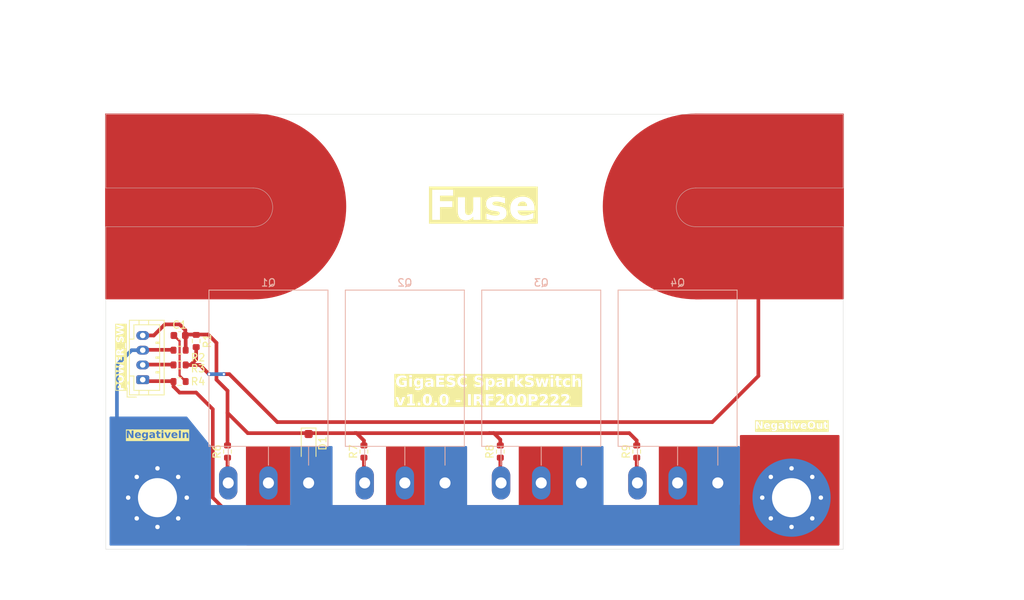
<source format=kicad_pcb>
(kicad_pcb (version 20240108) (generator "pcbnew") (generator_version "8.0")
  (title_block (comment 4 "AISLER Project ID: DHNTORED"))
  (layers (0 "F.Cu" signal) (31 "B.Cu" signal) (34 "B.Paste" user) (35 "F.Paste" user) (36 "B.SilkS" user "B.Silkscreen") (37 "F.SilkS" user "F.Silkscreen") (38 "B.Mask" user) (39 "F.Mask" user) (44 "Edge.Cuts" user))
  (net 0 "")
  (net 1 "SW_NC")
  (net 2 "Net-(C1-Pad1)")
  (net 3 "+VSW")
  (net 4 "Net-(J3-Pin_2)")
  (net 5 "GND")
  (net 6 "-BATT")
  (net 7 "Net-(Q1-G)")
  (net 8 "Net-(Q2-G)")
  (net 9 "Net-(Q3-G)")
  (net 10 "Net-(Q4-G)")
  (footprint "Connector_JST:JST_PH_B4B-PH-K_1x04_P2.00mm_Vertical" (layer "F.Cu") (at 85 116 90)
    (property "Reference" "J3" (hide yes))
    (property "Value" "POWER_SW" (at 3 -3 -90) (layer "F.SilkS" knockout) (effects (font (thickness 0.2) (bold yes))))
    (fp_line (start -1.11 -2.11) (end -2.36 -2.11) (stroke (width 0.12)) (layer "F.SilkS"))
    (fp_line (start -2.36 -2.11) (end -2.36 -0.86) (stroke (width 0.12)) (layer "F.SilkS"))
    (fp_line (start -0.3 -2.010001) (end -0.6 -2.010001) (stroke (width 0.12)) (layer "F.SilkS"))
    (fp_line (start -0.6 -2.010001) (end -0.6 -1.81) (stroke (width 0.12)) (layer "F.SilkS"))
    (fp_line (start -0.3 -1.91) (end -0.6 -1.91) (stroke (width 0.12)) (layer "F.SilkS"))
    (fp_line (start 8.06 -1.81) (end -2.06 -1.81) (stroke (width 0.12)) (layer "F.SilkS"))
    (fp_line (start 0.5 -1.81) (end 0.5 -1.200001) (stroke (width 0.12)) (layer "F.SilkS"))
    (fp_line (start -0.3 -1.81) (end -0.3 -2.010001) (stroke (width 0.12)) (layer "F.SilkS"))
    (fp_line (start -2.06 -1.81) (end -2.06 2.91) (stroke (width 0.12)) (layer "F.SilkS"))
    (fp_line (start 7.45 -1.200001) (end 5.5 -1.2) (stroke (width 0.12)) (layer "F.SilkS"))
    (fp_line (start 0.5 -1.200001) (end -1.45 -1.2) (stroke (width 0.12)) (layer "F.SilkS"))
    (fp_line (start 5.5 -1.2) (end 5.5 -1.81) (stroke (width 0.12)) (layer "F.SilkS"))
    (fp_line (start -1.45 -1.2) (end -1.45 2.3) (stroke (width 0.12)) (layer "F.SilkS"))
    (fp_line (start 8.06 -0.5) (end 7.45 -0.5) (stroke (width 0.12)) (layer "F.SilkS"))
    (fp_line (start -2.06 -0.499999) (end -1.45 -0.5) (stroke (width 0.12)) (layer "F.SilkS"))
    (fp_line (start -2.06 0.799999) (end -1.45 0.8) (stroke (width 0.12)) (layer "F.SilkS"))
    (fp_line (start 8.06 0.8) (end 7.45 0.8) (stroke (width 0.12)) (layer "F.SilkS"))
    (fp_line (start 5.1 1.8) (end 5.1 2.3) (stroke (width 0.12)) (layer "F.SilkS"))
    (fp_line (start 4.9 1.8) (end 5.1 1.8) (stroke (width 0.12)) (layer "F.SilkS"))
    (fp_line (start 3.1 1.8) (end 3.1 2.300001) (stroke (width 0.12)) (layer "F.SilkS"))
    (fp_line (start 2.9 1.8) (end 3.1 1.8) (stroke (width 0.12)) (layer "F.SilkS"))
    (fp_line (start 1.1 1.8) (end 1.1 2.3) (stroke (width 0.12)) (layer "F.SilkS"))
    (fp_line (start 0.9 1.8) (end 1.1 1.8) (stroke (width 0.12)) (layer "F.SilkS"))
    (fp_line (start 7.45 2.3) (end 7.45 -1.200001) (stroke (width 0.12)) (layer "F.SilkS"))
    (fp_line (start 4.9 2.3) (end 4.9 1.8) (stroke (width 0.12)) (layer "F.SilkS"))
    (fp_line (start 3 2.3) (end 3 1.8) (stroke (width 0.12)) (layer "F.SilkS"))
    (fp_line (start 2.9 2.3) (end 2.9 1.8) (stroke (width 0.12)) (layer "F.SilkS"))
    (fp_line (start 1 2.3) (end 1 1.8) (stroke (width 0.12)) (layer "F.SilkS"))
    (fp_line (start 0.900001 2.3) (end 0.9 1.8) (stroke (width 0.12)) (layer "F.SilkS"))
    (fp_line (start -1.45 2.3) (end 7.45 2.3) (stroke (width 0.12)) (layer "F.SilkS"))
    (fp_line (start 5 2.300001) (end 5 1.8) (stroke (width 0.12)) (layer "F.SilkS"))
    (fp_line (start 8.06 2.91) (end 8.06 -1.81) (stroke (width 0.12)) (layer "F.SilkS"))
    (fp_line (start -2.06 2.91) (end 8.06 2.91) (stroke (width 0.12)) (layer "F.SilkS"))
    (pad "1" thru_hole roundrect (at 0 0 90) (size 1.2 1.75) (drill 0.75) (layers "*.Cu" "*.Mask") (roundrect_rratio 0.2083333333) (net 6 "-BATT"))
    (pad "2" thru_hole oval (at 2.000001 0 90) (size 1.2 1.75) (drill 0.75) (layers "*.Cu" "*.Mask") (net 4 "Net-(J3-Pin_2)"))
    (pad "3" thru_hole oval (at 4 0 90) (size 1.2 1.75) (drill 0.75) (layers "*.Cu" "*.Mask") (net 5 "GND"))
    (pad "4" thru_hole oval (at 6 0 90) (size 1.2 1.75) (drill 0.75) (layers "*.Cu" "*.Mask") (net 1 "SW_NC"))
  )
  (footprint "MountingHole:MountingHole_5.3mm_M5_Pad_Via" (layer "F.Cu") (at 87 132)
    (property "Reference" "J5" (hide yes))
    (property "Value" "NegativeIn" (at 0 -8.5 0) (layer "F.SilkS" knockout) (effects (font (thickness 0.2) (bold yes))))
    (pad "1" thru_hole circle (at -3.975 0) (size 0.9 0.9) (drill 0.6) (layers "*.Cu" "*.Mask") (net 5 "GND"))
    (pad "1" thru_hole circle (at -2.810749 -2.810749) (size 0.9 0.9) (drill 0.6) (layers "*.Cu" "*.Mask") (net 5 "GND"))
    (pad "1" thru_hole circle (at -2.810749 2.810749) (size 0.9 0.9) (drill 0.6) (layers "*.Cu" "*.Mask") (net 5 "GND"))
    (pad "1" thru_hole circle (at 0 -3.975) (size 0.9 0.9) (drill 0.6) (layers "*.Cu" "*.Mask") (net 5 "GND"))
    (pad "1" thru_hole circle (at 0 0) (size 10.6 10.6) (drill 5.3) (layers "*.Cu" "*.Mask") (net 5 "GND"))
    (pad "1" thru_hole circle (at 0 3.975) (size 0.9 0.9) (drill 0.6) (layers "*.Cu" "*.Mask") (net 5 "GND"))
    (pad "1" thru_hole circle (at 2.810749 -2.810749) (size 0.9 0.9) (drill 0.6) (layers "*.Cu" "*.Mask") (net 5 "GND"))
    (pad "1" thru_hole circle (at 2.810749 2.810749) (size 0.9 0.9) (drill 0.6) (layers "*.Cu" "*.Mask") (net 5 "GND"))
    (pad "1" thru_hole circle (at 3.975 0) (size 0.9 0.9) (drill 0.6) (layers "*.Cu" "*.Mask") (net 5 "GND"))
  )
  (footprint "Resistor_SMD:R_0603_1608Metric" (layer "F.Cu") (at 90 116.25 180)
    (property "Reference" "R4" (at -2.5 0 180) (layer "F.SilkS"))
    (property "Value" "1k")
    (fp_line (start -0.237258 0.5225) (end 0.237258 0.5225) (stroke (width 0.12)) (layer "F.SilkS"))
    (fp_line (start -0.237258 -0.5225) (end 0.237258 -0.5225) (stroke (width 0.12)) (layer "F.SilkS"))
    (pad "1" smd roundrect (at -0.825 0 180) (size 0.8 0.95) (layers "F.Cu" "F.Paste" "F.Mask") (net 2 "Net-(C1-Pad1)"))
    (pad "2" smd roundrect (at 0.825 0 180) (size 0.8 0.95) (layers "F.Cu" "F.Paste" "F.Mask") (net 6 "-BATT"))
  )
  (footprint "Diode_SMD:D_SOD-123F" (layer "F.Cu") (at 107.5 124.76591 -90)
    (property "Reference" "D1" (at -0.127 -1.905 90) (layer "F.SilkS"))
    (property "Value" "BZT52B12")
    (fp_line (start -2.21 1) (end 1.65 1) (stroke (width 0.12)) (layer "F.SilkS"))
    (fp_line (start -2.21 -1) (end -2.21 1) (stroke (width 0.12)) (layer "F.SilkS"))
    (fp_line (start -2.21 -1) (end 1.65 -1) (stroke (width 0.12)) (layer "F.SilkS"))
    (pad "1" smd roundrect (at -1.399999 0 270) (size 1.1 1.1) (layers "F.Cu" "F.Paste" "F.Mask") (roundrect_rratio 0.2272727273) (net 1 "SW_NC"))
    (pad "2" smd roundrect (at 1.399999 0 270) (size 1.1 1.1) (layers "F.Cu" "F.Paste" "F.Mask") (roundrect_rratio 0.2272727273) (net 5 "GND"))
  )
  (footprint "Resistor_SMD:R_0603_1608Metric" (layer "F.Cu") (at 115 125.75 90)
    (property "Reference" "R7" (at 0 -1.43 270) (layer "F.SilkS"))
    (property "Value" "22")
    (fp_line (start -0.237258 -0.5225) (end 0.237258 -0.5225) (stroke (width 0.12)) (layer "F.SilkS"))
    (fp_line (start -0.237258 0.5225) (end 0.237258 0.5225) (stroke (width 0.12)) (layer "F.SilkS"))
    (pad "1" smd roundrect (at -0.825 0 90) (size 0.8 0.95) (layers "F.Cu" "F.Paste" "F.Mask") (net 8 "Net-(Q2-G)"))
    (pad "2" smd roundrect (at 0.825 0 90) (size 0.8 0.95) (layers "F.Cu" "F.Paste" "F.Mask") (net 1 "SW_NC"))
  )
  (footprint "Resistor_SMD:R_0603_1608Metric" (layer "F.Cu") (at 152 125.75 90)
    (property "Reference" "R9" (at 0 -1.43 270) (layer "F.SilkS"))
    (property "Value" "22")
    (fp_line (start -0.237258 -0.5225) (end 0.237258 -0.5225) (stroke (width 0.12)) (layer "F.SilkS"))
    (fp_line (start -0.237258 0.5225) (end 0.237258 0.5225) (stroke (width 0.12)) (layer "F.SilkS"))
    (pad "1" smd roundrect (at -0.825 0 90) (size 0.8 0.95) (layers "F.Cu" "F.Paste" "F.Mask") (net 10 "Net-(Q4-G)"))
    (pad "2" smd roundrect (at 0.825 0 90) (size 0.8 0.95) (layers "F.Cu" "F.Paste" "F.Mask") (net 1 "SW_NC"))
  )
  (footprint "Resistor_SMD:R_0603_1608Metric" (layer "F.Cu") (at 92.25 110.75 90)
    (property "Reference" "R1" (at 0 1.5 -90) (layer "F.SilkS"))
    (property "Value" "1M")
    (fp_line (start -0.237258 -0.5225) (end 0.237258 -0.5225) (stroke (width 0.12)) (layer "F.SilkS"))
    (fp_line (start -0.237258 0.5225) (end 0.237258 0.5225) (stroke (width 0.12)) (layer "F.SilkS"))
    (pad "1" smd roundrect (at -0.825 0 90) (size 0.8 0.95) (layers "F.Cu" "F.Paste" "F.Mask") (net 3 "+VSW"))
    (pad "2" smd roundrect (at 0.825 0 90) (size 0.8 0.95) (layers "F.Cu" "F.Paste" "F.Mask") (net 1 "SW_NC"))
  )
  (footprint "Resistor_SMD:R_0603_1608Metric" (layer "F.Cu") (at 133.5 125.75 90)
    (property "Reference" "R8" (at 0 -1.43 270) (layer "F.SilkS"))
    (property "Value" "22")
    (fp_line (start -0.237258 -0.5225) (end 0.237258 -0.5225) (stroke (width 0.12)) (layer "F.SilkS"))
    (fp_line (start -0.237258 0.5225) (end 0.237258 0.5225) (stroke (width 0.12)) (layer "F.SilkS"))
    (pad "1" smd roundrect (at -0.825 0 90) (size 0.8 0.95) (layers "F.Cu" "F.Paste" "F.Mask") (net 9 "Net-(Q3-G)"))
    (pad "2" smd roundrect (at 0.825 0 90) (size 0.8 0.95) (layers "F.Cu" "F.Paste" "F.Mask") (net 1 "SW_NC"))
  )
  (footprint "Capacitor_SMD:C_0603_1608Metric" (layer "F.Cu") (at 90 110)
    (property "Reference" "C1" (at 0 -1.43 0) (layer "F.SilkS"))
    (property "Value" "1u")
    (fp_line (start -0.14058 -0.51) (end 0.14058 -0.51) (stroke (width 0.12)) (layer "F.SilkS"))
    (fp_line (start -0.14058 0.51) (end 0.14058 0.51) (stroke (width 0.12)) (layer "F.SilkS"))
    (pad "1" smd roundrect (at -0.775 0) (size 0.9 0.95) (layers "F.Cu" "F.Paste" "F.Mask") (net 2 "Net-(C1-Pad1)"))
    (pad "2" smd roundrect (at 0.775 0) (size 0.9 0.95) (layers "F.Cu" "F.Paste" "F.Mask") (net 1 "SW_NC"))
  )
  (footprint "Resistor_SMD:R_0603_1608Metric" (layer "F.Cu") (at 90 114)
    (property "Reference" "R3" (at 2.5 0.5 0) (layer "F.SilkS"))
    (property "Value" "100k")
    (fp_line (start -0.237258 -0.5225) (end 0.237258 -0.5225) (stroke (width 0.12)) (layer "F.SilkS"))
    (fp_line (start -0.237258 0.5225) (end 0.237258 0.5225) (stroke (width 0.12)) (layer "F.SilkS"))
    (pad "1" smd roundrect (at -0.825 0) (size 0.8 0.95) (layers "F.Cu" "F.Paste" "F.Mask") (net 4 "Net-(J3-Pin_2)"))
    (pad "2" smd roundrect (at 0.825 0) (size 0.8 0.95) (layers "F.Cu" "F.Paste" "F.Mask") (net 3 "+VSW"))
  )
  (footprint "Resistor_SMD:R_0603_1608Metric" (layer "F.Cu") (at 96.5 125.75 90)
    (property "Reference" "R6" (at 0 -1.43 270) (layer "F.SilkS"))
    (property "Value" "22")
    (fp_line (start -0.237258 -0.5225) (end 0.237258 -0.5225) (stroke (width 0.12)) (layer "F.SilkS"))
    (fp_line (start -0.237258 0.5225) (end 0.237258 0.5225) (stroke (width 0.12)) (layer "F.SilkS"))
    (pad "1" smd roundrect (at -0.825 0 90) (size 0.8 0.95) (layers "F.Cu" "F.Paste" "F.Mask") (net 7 "Net-(Q1-G)"))
    (pad "2" smd roundrect (at 0.825 0 90) (size 0.8 0.95) (layers "F.Cu" "F.Paste" "F.Mask") (net 1 "SW_NC"))
  )
  (footprint "MountingHole:MountingHole_5.3mm_M5_Pad_Via" (layer "F.Cu") (at 173 132)
    (property "Reference" "J7" (hide yes))
    (property "Value" "NegativeOut" (at 0 -9.75 0) (layer "F.SilkS" knockout) (effects (font (thickness 0.2) (bold yes))))
    (pad "1" thru_hole circle (at -3.975 0) (size 0.9 0.9) (drill 0.6) (layers "*.Cu" "*.Mask") (net 6 "-BATT"))
    (pad "1" thru_hole circle (at -2.810749 -2.810749) (size 0.9 0.9) (drill 0.6) (layers "*.Cu" "*.Mask") (net 6 "-BATT"))
    (pad "1" thru_hole circle (at -2.810749 2.810749) (size 0.9 0.9) (drill 0.6) (layers "*.Cu" "*.Mask") (net 6 "-BATT"))
    (pad "1" thru_hole circle (at 0 -3.975) (size 0.9 0.9) (drill 0.6) (layers "*.Cu" "*.Mask") (net 6 "-BATT"))
    (pad "1" thru_hole circle (at 0 0) (size 10.6 10.6) (drill 5.3) (layers "*.Cu" "*.Mask") (net 6 "-BATT"))
    (pad "1" thru_hole circle (at 0 3.975) (size 0.9 0.9) (drill 0.6) (layers "*.Cu" "*.Mask") (net 6 "-BATT"))
    (pad "1" thru_hole circle (at 2.810749 -2.810749) (size 0.9 0.9) (drill 0.6) (layers "*.Cu" "*.Mask") (net 6 "-BATT"))
    (pad "1" thru_hole circle (at 2.810749 2.810749) (size 0.9 0.9) (drill 0.6) (layers "*.Cu" "*.Mask") (net 6 "-BATT"))
    (pad "1" thru_hole circle (at 3.975 0) (size 0.9 0.9) (drill 0.6) (layers "*.Cu" "*.Mask") (net 6 "-BATT"))
  )
  (footprint "Resistor_SMD:R_0603_1608Metric" (layer "F.Cu") (at 90 112 180)
    (property "Reference" "R2" (at -2.5 -1 180) (layer "F.SilkS"))
    (property "Value" "1M")
    (fp_line (start -0.237258 0.5225) (end 0.237258 0.5225) (stroke (width 0.12)) (layer "F.SilkS"))
    (fp_line (start -0.237258 -0.5225) (end 0.237258 -0.5225) (stroke (width 0.12)) (layer "F.SilkS"))
    (pad "1" smd roundrect (at -0.825 0 180) (size 0.8 0.95) (layers "F.Cu" "F.Paste" "F.Mask") (net 1 "SW_NC"))
    (pad "2" smd roundrect (at 0.825 0 180) (size 0.8 0.95) (layers "F.Cu" "F.Paste" "F.Mask") (net 5 "GND"))
  )
  (footprint "Package_TO_SOT_THT:TO-247-3_Horizontal_TabDown" (layer "B.Cu") (at 126 130 180)
    (property "Reference" "Q2" (at 5.45 27.15 180) (layer "B.SilkS") (effects (justify mirror)))
    (property "Value" "IRF200P222")
    (fp_line (start 13.52 26.15) (end -2.62 26.15) (stroke (width 0.12)) (layer "B.SilkS"))
    (fp_line (start 13.52 4.96) (end 13.52 26.15) (stroke (width 0.12)) (layer "B.SilkS"))
    (fp_line (start 13.52 4.96) (end -2.62 4.96) (stroke (width 0.12)) (layer "B.SilkS"))
    (fp_line (start 10.9 2.4) (end 10.9 4.96) (stroke (width 0.12)) (layer "B.SilkS"))
    (fp_line (start 5.45 2.4) (end 5.45 4.96) (stroke (width 0.12)) (layer "B.SilkS"))
    (fp_line (start 0 2.4) (end 0 4.96) (stroke (width 0.12)) (layer "B.SilkS"))
    (fp_line (start -2.62 4.96) (end -2.62 26.15) (stroke (width 0.12)) (layer "B.SilkS"))
    (pad "" np_thru_hole oval (at 5.45 19.86 180) (size 3.6 3.6) (drill 3.6) (layers "*.Cu" "*.Mask"))
    (pad "1" thru_hole rect (at 0 0 180) (size 2.5 4.5) (drill 1.5) (layers "*.Cu" "*.Mask") (net 5 "GND"))
    (pad "2" thru_hole oval (at 5.45 0 180) (size 2.5 4.5) (drill 1.5) (layers "*.Cu" "*.Mask") (net 6 "-BATT"))
    (pad "3" thru_hole oval (at 10.9 0 180) (size 2.5 4.5) (drill 1.5) (layers "*.Cu" "*.Mask") (net 8 "Net-(Q2-G)"))
  )
  (footprint "Package_TO_SOT_THT:TO-247-3_Horizontal_TabDown" (layer "B.Cu") (at 107.5 130 180)
    (property "Reference" "Q1" (at 5.45 27.15 180) (layer "B.SilkS") (effects (justify mirror)))
    (property "Value" "IRF200P222")
    (fp_line (start 13.52 26.15) (end -2.62 26.15) (stroke (width 0.12)) (layer "B.SilkS"))
    (fp_line (start 13.52 4.96) (end 13.52 26.15) (stroke (width 0.12)) (layer "B.SilkS"))
    (fp_line (start 13.52 4.96) (end -2.62 4.96) (stroke (width 0.12)) (layer "B.SilkS"))
    (fp_line (start 10.9 2.4) (end 10.9 4.96) (stroke (width 0.12)) (layer "B.SilkS"))
    (fp_line (start 5.45 2.4) (end 5.45 4.96) (stroke (width 0.12)) (layer "B.SilkS"))
    (fp_line (start 0 2.4) (end 0 4.96) (stroke (width 0.12)) (layer "B.SilkS"))
    (fp_line (start -2.62 4.96) (end -2.62 26.15) (stroke (width 0.12)) (layer "B.SilkS"))
    (pad "" np_thru_hole oval (at 5.45 19.86 180) (size 3.6 3.6) (drill 3.6) (layers "*.Cu" "*.Mask"))
    (pad "1" thru_hole rect (at 0 0 180) (size 2.5 4.5) (drill 1.5) (layers "*.Cu" "*.Mask") (net 5 "GND"))
    (pad "2" thru_hole oval (at 5.45 0 180) (size 2.5 4.5) (drill 1.5) (layers "*.Cu" "*.Mask") (net 6 "-BATT"))
    (pad "3" thru_hole oval (at 10.9 0 180) (size 2.5 4.5) (drill 1.5) (layers "*.Cu" "*.Mask") (net 7 "Net-(Q1-G)"))
  )
  (footprint "Package_TO_SOT_THT:TO-247-3_Horizontal_TabDown" (layer "B.Cu") (at 163 130 180)
    (property "Reference" "Q4" (at 5.45 27.15 180) (layer "B.SilkS") (effects (justify mirror)))
    (property "Value" "IRF200P222")
    (fp_line (start 13.52 26.15) (end -2.62 26.15) (stroke (width 0.12)) (layer "B.SilkS"))
    (fp_line (start 13.52 4.96) (end 13.52 26.15) (stroke (width 0.12)) (layer "B.SilkS"))
    (fp_line (start 13.52 4.96) (end -2.62 4.96) (stroke (width 0.12)) (layer "B.SilkS"))
    (fp_line (start 10.9 2.4) (end 10.9 4.96) (stroke (width 0.12)) (layer "B.SilkS"))
    (fp_line (start 5.45 2.4) (end 5.45 4.96) (stroke (width 0.12)) (layer "B.SilkS"))
    (fp_line (start 0 2.4) (end 0 4.96) (stroke (width 0.12)) (layer "B.SilkS"))
    (fp_line (start -2.62 4.96) (end -2.62 26.15) (stroke (width 0.12)) (layer "B.SilkS"))
    (pad "" np_thru_hole oval (at 5.45 19.86 180) (size 3.6 3.6) (drill 3.6) (layers "*.Cu" "*.Mask"))
    (pad "1" thru_hole rect (at 0 0 180) (size 2.5 4.5) (drill 1.5) (layers "*.Cu" "*.Mask") (net 5 "GND"))
    (pad "2" thru_hole oval (at 5.45 0 180) (size 2.5 4.5) (drill 1.5) (layers "*.Cu" "*.Mask") (net 6 "-BATT"))
    (pad "3" thru_hole oval (at 10.9 0 180) (size 2.5 4.5) (drill 1.5) (layers "*.Cu" "*.Mask") (net 10 "Net-(Q4-G)"))
  )
  (footprint "Package_TO_SOT_THT:TO-247-3_Horizontal_TabDown" (layer "B.Cu") (at 144.5 130 180)
    (property "Reference" "Q3" (at 5.45 27.15 180) (layer "B.SilkS") (effects (justify mirror)))
    (property "Value" "IRF200P222")
    (fp_line (start 13.52 26.15) (end -2.62 26.15) (stroke (width 0.12)) (layer "B.SilkS"))
    (fp_line (start 13.52 4.96) (end 13.52 26.15) (stroke (width 0.12)) (layer "B.SilkS"))
    (fp_line (start 13.52 4.96) (end -2.62 4.96) (stroke (width 0.12)) (layer "B.SilkS"))
    (fp_line (start 10.9 2.4) (end 10.9 4.96) (stroke (width 0.12)) (layer "B.SilkS"))
    (fp_line (start 5.45 2.4) (end 5.45 4.96) (stroke (width 0.12)) (layer "B.SilkS"))
    (fp_line (start 0 2.4) (end 0 4.96) (stroke (width 0.12)) (layer "B.SilkS"))
    (fp_line (start -2.62 4.96) (end -2.62 26.15) (stroke (width 0.12)) (layer "B.SilkS"))
    (pad "" np_thru_hole oval (at 5.45 19.86 180) (size 3.6 3.6) (drill 3.6) (layers "*.Cu" "*.Mask"))
    (pad "1" thru_hole rect (at 0 0 180) (size 2.5 4.5) (drill 1.5) (layers "*.Cu" "*.Mask") (net 5 "GND"))
    (pad "2" thru_hole oval (at 5.45 0 180) (size 2.5 4.5) (drill 1.5) (layers "*.Cu" "*.Mask") (net 6 "-BATT"))
    (pad "3" thru_hole oval (at 10.9 0 180) (size 2.5 4.5) (drill 1.5) (layers "*.Cu" "*.Mask") (net 9 "Net-(Q3-G)"))
  )
  (gr_circle (center 160 92.5) (end 172.5 92.5) (stroke (width 0.2)) (fill solid) (layer "F.Cu") (net 3))
  (gr_rect (start 80 80) (end 100 105) (stroke (width 0.2)) (fill solid) (layer "F.Cu"))
  (gr_rect (start 160 80) (end 180 105) (stroke (width 0.2)) (fill solid) (layer "F.Cu") (net 3))
  (gr_circle (center 100 92.5) (end 112.5 92.5) (stroke (width 0.2)) (fill solid) (layer "F.Cu"))
  (gr_line (start 100 95.25) (end 80 95.25) (stroke (width 0.05)) (layer "Edge.Cuts"))
  (gr_line (start 180 139) (end 180 95.25) (stroke (width 0.05)) (layer "Edge.Cuts"))
  (gr_line (start 80 90) (end 100 90) (stroke (width 0.05)) (layer "Edge.Cuts"))
  (gr_line (start 80 95.25) (end 80 139) (stroke (width 0.05)) (layer "Edge.Cuts"))
  (gr_line (start 80 80) (end 180 80) (stroke (width 0.05)) (layer "Edge.Cuts"))
  (gr_line (start 180 90) (end 160 90) (stroke (width 0.05)) (layer "Edge.Cuts"))
  (gr_arc (start 100 90) (mid 102.625 92.625) (end 100 95.25) (stroke (width 0.05)) (layer "Edge.Cuts"))
  (gr_line (start 180 80) (end 180 90) (stroke (width 0.05)) (layer "Edge.Cuts"))
  (gr_line (start 80 80) (end 80 90) (stroke (width 0.05)) (layer "Edge.Cuts"))
  (gr_line (start 180 139) (end 80 139) (stroke (width 0.05)) (layer "Edge.Cuts"))
  (gr_line (start 160 95.25) (end 180 95.25) (stroke (width 0.05)) (layer "Edge.Cuts"))
  (gr_arc (start 160 95.25) (mid 157.375 92.625) (end 160 90) (stroke (width 0.05)) (layer "Edge.Cuts"))
  (gr_text "Fuse" (at 123.75 95 0) (layer "F.SilkS" knockout) (effects (font (size 4 4) (thickness 0.3) (bold yes)) (justify left bottom)))
  (gr_text "GigaESC SparkSwitch\nv1.0.0 - IRF200P222" (at 119.25 119.75 0) (layer "F.SilkS" knockout) (effects (font (size 1.5 1.5) (thickness 0.3) (bold yes)) (justify left bottom)))
  (segment (start 95 111) (end 93.875 109.875) (width 0.5) (layer "F.Cu") (net 1))
  (segment (start 90.775 109.95) (end 90.775 109.275) (width 0.5) (layer "F.Cu") (net 1))
  (segment (start 96.5 117.5) (end 95 116) (width 0.5) (layer "F.Cu") (net 1))
  (segment (start 88 108.5) (end 86.5 110) (width 0.5) (layer "F.Cu") (net 1))
  (segment (start 132 123.25) (end 113.75 123.25) (width 0.5) (layer "F.Cu") (net 1))
  (segment (start 133.5 124.925) (end 133.5 124.125) (width 0.5) (layer "F.Cu") (net 1))
  (segment (start 90 108.5) (end 88 108.5) (width 0.5) (layer "F.Cu") (net 1))
  (segment (start 93.875 109.875) (end 90.85 109.875) (width 0.5) (layer "F.Cu") (net 1))
  (segment (start 115 124.25) (end 114 123.25) (width 0.5) (layer "F.Cu") (net 1))
  (segment (start 95 116) (end 95 111) (width 0.5) (layer "F.Cu") (net 1))
  (segment (start 90.825 111.95) (end 90.825 110.225) (width 0.5) (layer "F.Cu") (net 1))
  (segment (start 151 123.25) (end 132 123.25) (width 0.5) (layer "F.Cu") (net 1))
  (segment (start 99.25 123.25) (end 96.5 120.5) (width 0.5) (layer "F.Cu") (net 1))
  (segment (start 96.5 124.925) (end 96.5 117.5) (width 0.5) (layer "F.Cu") (net 1))
  (segment (start 86.5 110) (end 84.95 110) (width 0.5) (layer "F.Cu") (net 1))
  (segment (start 114 123.25) (end 113.75 123.25) (width 0.5) (layer "F.Cu") (net 1))
  (segment (start 152 124.25) (end 151 123.25) (width 0.5) (layer "F.Cu") (net 1))
  (segment (start 90.775 109.275) (end 90 108.5) (width 0.5) (layer "F.Cu") (net 1))
  (segment (start 152 124.925) (end 152 124.25) (width 0.5) (layer "F.Cu") (net 1))
  (segment (start 115 124.925) (end 115 124.25) (width 0.5) (layer "F.Cu") (net 1))
  (segment (start 133.5 124.125) (end 132.625 123.25) (width 0.5) (layer "F.Cu") (net 1))
  (segment (start 113.75 123.25) (end 99.25 123.25) (width 0.5) (layer "F.Cu") (net 1))
  (segment (start 90.85 109.875) (end 90.775 109.95) (width 0.5) (layer "F.Cu") (net 1))
  (segment (start 132.625 123.25) (end 132 123.25) (width 0.5) (layer "F.Cu") (net 1))
  (segment (start 90 115.425) (end 90 110.775) (width 0.3) (layer "F.Cu") (net 2))
  (segment (start 90.825 116.25) (end 90 115.425) (width 0.3) (layer "F.Cu") (net 2))
  (segment (start 90 110.775) (end 89.225 110) (width 0.3) (layer "F.Cu") (net 2))
  (segment (start 91.5 114) (end 91.625 113.875) (width 0.5) (layer "F.Cu") (net 3))
  (segment (start 96.75 115.25) (end 103.25 121.75) (width 0.5) (layer "F.Cu") (net 3))
  (segment (start 92.25 113.25) (end 92.25 111.575) (width 0.5) (layer "F.Cu") (net 3))
  (segment (start 92.75 114) (end 94 115.25) (width 0.5) (layer "F.Cu") (net 3))
  (segment (start 90.825 114) (end 91.5 114) (width 0.5) (layer "F.Cu") (net 3))
  (segment (start 91.625 113.875) (end 92.25 113.25) (width 0.5) (layer "F.Cu") (net 3))
  (segment (start 96 115.25) (end 96.75 115.25) (width 0.5) (layer "F.Cu") (net 3))
  (segment (start 91.5 114) (end 92.75 114) (width 0.5) (layer "F.Cu") (net 3))
  (segment (start 168.5 115.5) (end 168.5 101.25) (width 0.5) (layer "F.Cu") (net 3))
  (segment (start 162.25 121.75) (end 168.5 115.5) (width 0.5) (layer "F.Cu") (net 3))
  (segment (start 103.25 121.75) (end 162.25 121.75) (width 0.5) (layer "F.Cu") (net 3))
  (via (at 96 115.25) (size 0.5) (drill 0.3) (layers "F.Cu" "B.Cu") (net 3))
  (via (at 94 115.25) (size 0.5) (drill 0.3) (layers "F.Cu" "B.Cu") (net 3))
  (segment (start 96 115.25) (end 94 115.25) (width 0.5) (layer "B.Cu") (net 3))
  (segment (start 84.999999 113.95) (end 84.95 113.999999) (width 0.5) (layer "F.Cu") (net 4))
  (segment (start 89.175 113.95) (end 84.999999 113.95) (width 0.5) (layer "F.Cu") (net 4))
  (segment (start 85 111.95) (end 84.95 112) (width 0.5) (layer "F.Cu") (net 5))
  (segment (start 88.925 111.95) (end 85 111.95) (width 0.5) (layer "F.Cu") (net 5))
  (segment (start 107.5 126.165909) (end 107.5 130) (width 0.5) (layer "F.Cu") (net 5))
  (segment (start 81.5 114) (end 81.5 121.5) (width 0.5) (layer "B.Cu") (net 5))
  (segment (start 84.95 112) (end 83.5 112) (width 0.5) (layer "B.Cu") (net 5))
  (segment (start 83.5 112) (end 81.5 114) (width 0.5) (layer "B.Cu") (net 5))
  (segment (start 90 117.75) (end 89.175 116.925) (width 0.5) (layer "F.Cu") (net 6))
  (segment (start 94.5 132) (end 94.5 120) (width 0.5) (layer "F.Cu") (net 6))
  (segment (start 89.175 116.925) (end 89.175 116.25) (width 0.5) (layer "F.Cu") (net 6))
  (segment (start 99.25 133.5) (end 96 133.5) (width 0.5) (layer "F.Cu") (net 6))
  (segment (start 92.25 117.75) (end 90 117.75) (width 0.5) (layer "F.Cu") (net 6))
  (segment (start 96 133.5) (end 94.5 132) (width 0.5) (layer "F.Cu") (net 6))
  (segment (start 85.15 116.2) (end 89.1875 116.2) (width 0.5) (layer "F.Cu") (net 6))
  (segment (start 84.95 116) (end 85.15 116.2) (width 0.5) (layer "F.Cu") (net 6))
  (segment (start 94.5 120) (end 92.25 117.75) (width 0.5) (layer "F.Cu") (net 6))
  (segment (start 96.5 129.9) (end 96.6 130) (width 0.5) (layer "F.Cu") (net 7))
  (segment (start 96.5 126.575) (end 96.5 129.9) (width 0.5) (layer "F.Cu") (net 7))
  (segment (start 115 126.575) (end 115 129.9) (width 0.5) (layer "F.Cu") (net 8))
  (segment (start 115 129.9) (end 115.1 130) (width 0.5) (layer "F.Cu") (net 8))
  (segment (start 133.5 126.575) (end 133.5 129.9) (width 0.5) (layer "F.Cu") (net 9))
  (segment (start 133.5 129.9) (end 133.6 130) (width 0.5) (layer "F.Cu") (net 9))
  (segment (start 152 126.575) (end 152 129.9) (width 0.5) (layer "F.Cu") (net 10))
  (segment (start 152 129.9) (end 152.1 130) (width 0.5) (layer "F.Cu") (net 10))
  (zone (net 6) (net_name "-BATT") (layer "F.Cu") (connect_pads yes (clearance 0.5)) (min_thickness 0.25) (fill yes (thermal_gap 0.5) (thermal_bridge_width 0.5))
    (polygon (pts (xy 180 139) (xy 99 139) (xy 99 127.5) (xy 99 125) (xy 105 125) (xy 105 133) (xy 118 133) (xy 118 125) (xy 123.25 125) (xy 123.25 133) (xy 136 133) (xy 136 125) (xy 142 125) (xy 142 133) (xy 155 133) (xy 155 125) (xy 160.25 125) (xy 160.25 133) (xy 166 133) (xy 166 123.5) (xy 180 123.5)))
  )
  (zone (net 5) (net_name "GND") (layer "B.Cu") (priority 1) (connect_pads yes (clearance 0.5)) (min_thickness 0.25) (fill yes (thermal_gap 0.5) (thermal_bridge_width 0.5))
    (polygon (pts (xy 80 139) (xy 166 139) (xy 166 125) (xy 160.25 125) (xy 160.25 133) (xy 147.5 133) (xy 147.5 125) (xy 142 125) (xy 142 133) (xy 129 133) (xy 129 125) (xy 123.25 125) (xy 123.25 133) (xy 110.75 133) (xy 110.75 125) (xy 105 125) (xy 105 133) (xy 94.25 133) (xy 94.25 125) (xy 91 121) (xy 80 121)))
  )
)
</source>
